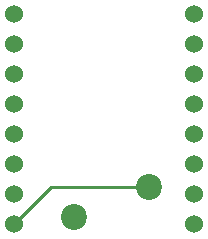
<source format=gbr>
%TF.GenerationSoftware,KiCad,Pcbnew,(5.99.0-9696-gdf2154a87a)*%
%TF.CreationDate,2021-08-30T13:51:51+09:00*%
%TF.ProjectId,tinypicokey,74696e79-7069-4636-9f6b-65792e6b6963,rev?*%
%TF.SameCoordinates,Original*%
%TF.FileFunction,Copper,L2,Bot*%
%TF.FilePolarity,Positive*%
%FSLAX46Y46*%
G04 Gerber Fmt 4.6, Leading zero omitted, Abs format (unit mm)*
G04 Created by KiCad (PCBNEW (5.99.0-9696-gdf2154a87a)) date 2021-08-30 13:51:51*
%MOMM*%
%LPD*%
G01*
G04 APERTURE LIST*
%TA.AperFunction,ComponentPad*%
%ADD10C,2.200000*%
%TD*%
%TA.AperFunction,ComponentPad*%
%ADD11C,1.524000*%
%TD*%
%TA.AperFunction,Conductor*%
%ADD12C,0.250000*%
%TD*%
G04 APERTURE END LIST*
D10*
%TO.P,SW1,1,1*%
%TO.N,Net-(SW1-Pad1)*%
X99780000Y-96250000D03*
%TO.P,SW1,2,2*%
%TO.N,GND*%
X106130000Y-93710000D03*
%TD*%
D11*
%TO.P,U1,1,VBUS*%
%TO.N,N/C*%
X94680000Y-79060000D03*
%TO.P,U1,2,GND*%
X94680000Y-81600000D03*
%TO.P,U1,3,3V3*%
X94680000Y-84140000D03*
%TO.P,U1,4,GP29*%
X94680000Y-86680000D03*
%TO.P,U1,5,GP28*%
X94680000Y-89220000D03*
%TO.P,U1,6,GP27*%
X94680000Y-91760000D03*
%TO.P,U1,7,GP26*%
X94680000Y-94300000D03*
%TO.P,U1,8,GND*%
%TO.N,GND*%
X94680000Y-96840000D03*
%TO.P,U1,9,GP7*%
%TO.N,N/C*%
X109920000Y-96840000D03*
%TO.P,U1,10,GP6*%
%TO.N,Net-(SW1-Pad1)*%
X109920000Y-94300000D03*
%TO.P,U1,11,GP5*%
%TO.N,N/C*%
X109920000Y-91760000D03*
%TO.P,U1,12,GP4*%
X109920000Y-89220000D03*
%TO.P,U1,13,GP3*%
X109920000Y-86680000D03*
%TO.P,U1,14,GP2*%
X109920000Y-84140000D03*
%TO.P,U1,15,GP1*%
X109920000Y-81600000D03*
%TO.P,U1,16,GP0*%
X109920000Y-79060000D03*
%TD*%
D12*
%TO.N,GND*%
X95160000Y-96840000D02*
X94680000Y-96840000D01*
X98990000Y-93710000D02*
X97810000Y-93710000D01*
X97810000Y-93710000D02*
X94680000Y-96840000D01*
X99290000Y-93710000D02*
X98990000Y-93710000D01*
X106130000Y-93710000D02*
X99290000Y-93710000D01*
%TD*%
M02*

</source>
